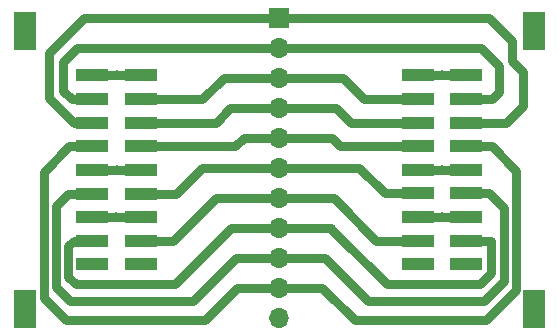
<source format=gbr>
%TF.GenerationSoftware,KiCad,Pcbnew,7.0.6-0*%
%TF.CreationDate,2023-11-06T09:59:00-05:00*%
%TF.ProjectId,AntSniffer,416e7453-6e69-4666-9665-722e6b696361,rev?*%
%TF.SameCoordinates,Original*%
%TF.FileFunction,Copper,L1,Top*%
%TF.FilePolarity,Positive*%
%FSLAX46Y46*%
G04 Gerber Fmt 4.6, Leading zero omitted, Abs format (unit mm)*
G04 Created by KiCad (PCBNEW 7.0.6-0) date 2023-11-06 09:59:00*
%MOMM*%
%LPD*%
G01*
G04 APERTURE LIST*
%TA.AperFunction,SMDPad,CuDef*%
%ADD10R,2.800000X1.100000*%
%TD*%
%TA.AperFunction,SMDPad,CuDef*%
%ADD11R,1.900000X3.200000*%
%TD*%
%TA.AperFunction,ComponentPad*%
%ADD12R,1.700000X1.700000*%
%TD*%
%TA.AperFunction,ComponentPad*%
%ADD13O,1.700000X1.700000*%
%TD*%
%TA.AperFunction,ViaPad*%
%ADD14C,0.800000*%
%TD*%
%TA.AperFunction,Conductor*%
%ADD15C,0.750000*%
%TD*%
G04 APERTURE END LIST*
D10*
%TO.P,CN2,1,1*%
%TO.N,unconnected-(CN2-Pad1)*%
X184349900Y-65759600D03*
%TO.P,CN2,2,2*%
%TO.N,unconnected-(CN2-Pad2)*%
X180239900Y-65759600D03*
%TO.P,CN2,3,3*%
%TO.N,/3V3*%
X184349900Y-63759600D03*
%TO.P,CN2,4,4*%
%TO.N,/RST*%
X180239900Y-63759600D03*
%TO.P,CN2,5,5*%
%TO.N,GND*%
X184349900Y-61759600D03*
%TO.P,CN2,6,6*%
X180239900Y-61759600D03*
%TO.P,CN2,7,7*%
%TO.N,/RX*%
X184349900Y-59759600D03*
%TO.P,CN2,8,8*%
%TO.N,/TX*%
X180239900Y-59759600D03*
%TO.P,CN2,9,9*%
%TO.N,GND*%
X184349900Y-57759600D03*
%TO.P,CN2,10,10*%
X180239900Y-57759600D03*
%TO.P,CN2,11,11*%
%TO.N,/A0*%
X184349900Y-55759600D03*
%TO.P,CN2,12,12*%
%TO.N,/A1*%
X180239900Y-55759600D03*
%TO.P,CN2,13,13*%
%TO.N,/A2*%
X184349900Y-53759600D03*
%TO.P,CN2,14,14*%
%TO.N,/PLUG*%
X180239900Y-53759600D03*
%TO.P,CN2,15,15*%
%TO.N,/SCL*%
X184349900Y-51759600D03*
%TO.P,CN2,16,16*%
%TO.N,/SDA*%
X180239900Y-51759600D03*
%TO.P,CN2,17,17*%
%TO.N,GND*%
X184349900Y-49759600D03*
%TO.P,CN2,18,18*%
X180239900Y-49759600D03*
D11*
%TO.P,CN2,19,19*%
X190099900Y-45979600D03*
%TO.P,CN2,20,20*%
X190099900Y-69539600D03*
%TD*%
D10*
%TO.P,CN1,1,1*%
%TO.N,GND*%
X152704800Y-49771800D03*
%TO.P,CN1,2,2*%
X156814800Y-49771800D03*
%TO.P,CN1,3,3*%
%TO.N,/SCL*%
X152704800Y-51771800D03*
%TO.P,CN1,4,4*%
%TO.N,/SDA*%
X156814800Y-51771800D03*
%TO.P,CN1,5,5*%
%TO.N,/A2*%
X152704800Y-53771800D03*
%TO.P,CN1,6,6*%
%TO.N,/PLUG*%
X156814800Y-53771800D03*
%TO.P,CN1,7,7*%
%TO.N,/A0*%
X152704800Y-55771800D03*
%TO.P,CN1,8,8*%
%TO.N,/A1*%
X156814800Y-55771800D03*
%TO.P,CN1,9,9*%
%TO.N,GND*%
X152704800Y-57771800D03*
%TO.P,CN1,10,10*%
X156814800Y-57771800D03*
%TO.P,CN1,11,11*%
%TO.N,/RX*%
X152704800Y-59771800D03*
%TO.P,CN1,12,12*%
%TO.N,/TX*%
X156814800Y-59771800D03*
%TO.P,CN1,13,13*%
%TO.N,GND*%
X152704800Y-61771800D03*
%TO.P,CN1,14,14*%
X156814800Y-61771800D03*
%TO.P,CN1,15,15*%
%TO.N,/3V3*%
X152704800Y-63771800D03*
%TO.P,CN1,16,16*%
%TO.N,/RST*%
X156814800Y-63771800D03*
%TO.P,CN1,17,17*%
%TO.N,unconnected-(CN1-Pad17)*%
X152704800Y-65771800D03*
%TO.P,CN1,18,18*%
%TO.N,unconnected-(CN1-Pad18)*%
X156814800Y-65771800D03*
D11*
%TO.P,CN1,19,19*%
%TO.N,GND*%
X146954800Y-69551800D03*
%TO.P,CN1,20,20*%
X146954800Y-45991800D03*
%TD*%
D12*
%TO.P,J1,1,Pin_1*%
%TO.N,/A2*%
X168540000Y-44900000D03*
D13*
%TO.P,J1,2,Pin_2*%
%TO.N,/SCL*%
X168540000Y-47440000D03*
%TO.P,J1,3,Pin_3*%
%TO.N,/SDA*%
X168540000Y-49980000D03*
%TO.P,J1,4,Pin_4*%
%TO.N,/PLUG*%
X168540000Y-52520000D03*
%TO.P,J1,5,Pin_5*%
%TO.N,/A1*%
X168540000Y-55060000D03*
%TO.P,J1,6,Pin_6*%
%TO.N,/TX*%
X168540000Y-57600000D03*
%TO.P,J1,7,Pin_7*%
%TO.N,/RST*%
X168540000Y-60140000D03*
%TO.P,J1,8,Pin_8*%
%TO.N,/3V3*%
X168540000Y-62680000D03*
%TO.P,J1,9,Pin_9*%
%TO.N,/RX*%
X168540000Y-65220000D03*
%TO.P,J1,10,Pin_10*%
%TO.N,/A0*%
X168540000Y-67760000D03*
%TO.P,J1,11,Pin_11*%
%TO.N,GND*%
X168540000Y-70300000D03*
%TD*%
D14*
%TO.N,GND*%
X146837400Y-69443600D03*
X182295800Y-61759600D03*
X154736800Y-61771800D03*
X190093600Y-45974000D03*
X154762200Y-57771800D03*
X147015200Y-46126400D03*
X182295800Y-57759600D03*
X182295800Y-49759600D03*
X190119000Y-69519800D03*
X154762200Y-49771800D03*
%TD*%
D15*
%TO.N,/RX*%
X152704800Y-59771800D02*
X150667200Y-59771800D01*
X149650000Y-67710000D02*
X150840000Y-68900000D01*
X150840000Y-68900000D02*
X161200000Y-68900000D01*
X150667200Y-59771800D02*
X149650000Y-60789000D01*
X149650000Y-60789000D02*
X149650000Y-67710000D01*
X161200000Y-68900000D02*
X164880000Y-65220000D01*
X164880000Y-65220000D02*
X168540000Y-65220000D01*
X184349900Y-59759600D02*
X186277000Y-59759600D01*
X186277000Y-59759600D02*
X187520000Y-61002600D01*
X187520000Y-61002600D02*
X187520000Y-67200000D01*
X185880000Y-68840000D02*
X176040000Y-68840000D01*
X187520000Y-67200000D02*
X185880000Y-68840000D01*
X176040000Y-68840000D02*
X172410000Y-65210000D01*
X172410000Y-65210000D02*
X172400000Y-65220000D01*
X172400000Y-65220000D02*
X168540000Y-65220000D01*
%TO.N,/A0*%
X185990000Y-70500000D02*
X174900000Y-70500000D01*
X186493400Y-55759600D02*
X188574900Y-57841100D01*
X184349900Y-55759600D02*
X186493400Y-55759600D01*
X188574900Y-57841100D02*
X188574900Y-67915100D01*
X188574900Y-67915100D02*
X185990000Y-70500000D01*
X174900000Y-70500000D02*
X172160000Y-67760000D01*
X172160000Y-67760000D02*
X168540000Y-67760000D01*
%TO.N,/3V3*%
X184349900Y-63759600D02*
X186439600Y-63759600D01*
X186460000Y-63780000D02*
X186460000Y-66480000D01*
X172930000Y-62730000D02*
X172930000Y-62680000D01*
X186439600Y-63759600D02*
X186460000Y-63780000D01*
X186460000Y-66480000D02*
X185500000Y-67440000D01*
X185500000Y-67440000D02*
X177640000Y-67440000D01*
X177640000Y-67440000D02*
X172930000Y-62730000D01*
X172930000Y-62680000D02*
X168540000Y-62680000D01*
%TO.N,/A0*%
X152704800Y-55771800D02*
X150755600Y-55771800D01*
X150480000Y-70470000D02*
X162260000Y-70470000D01*
X150755600Y-55771800D02*
X148600000Y-57927400D01*
X148600000Y-57927400D02*
X148600000Y-68590000D01*
X164970000Y-67760000D02*
X168540000Y-67760000D01*
X148600000Y-68590000D02*
X150480000Y-70470000D01*
X162260000Y-70470000D02*
X164970000Y-67760000D01*
%TO.N,/A2*%
X184349900Y-53759600D02*
X187743600Y-53759600D01*
X189130000Y-52373200D02*
X189130000Y-49480800D01*
X189130000Y-49480800D02*
X188188600Y-48539400D01*
X188188600Y-48539400D02*
X188188600Y-46812200D01*
X187743600Y-53759600D02*
X189130000Y-52373200D01*
X188188600Y-46812200D02*
X186276400Y-44900000D01*
X186276400Y-44900000D02*
X168540000Y-44900000D01*
%TO.N,/3V3*%
X150670000Y-66837000D02*
X151273000Y-67440000D01*
X151138200Y-63771800D02*
X150670000Y-64240000D01*
X150670000Y-64240000D02*
X150670000Y-66837000D01*
X152704800Y-63771800D02*
X151138200Y-63771800D01*
X151273000Y-67440000D02*
X159670000Y-67440000D01*
X159670000Y-67440000D02*
X164430000Y-62680000D01*
X164430000Y-62680000D02*
X168540000Y-62680000D01*
%TO.N,/RST*%
X168540000Y-60140000D02*
X173120000Y-60140000D01*
X173120000Y-60140000D02*
X176739600Y-63759600D01*
X176739600Y-63759600D02*
X180239900Y-63759600D01*
X168540000Y-60140000D02*
X163840000Y-60140000D01*
X163130000Y-60130000D02*
X159488200Y-63771800D01*
X163840000Y-60140000D02*
X163830000Y-60130000D01*
X163830000Y-60130000D02*
X163130000Y-60130000D01*
X159488200Y-63771800D02*
X156814800Y-63771800D01*
%TO.N,/TX*%
X168540000Y-57600000D02*
X175300000Y-57600000D01*
X177459600Y-59759600D02*
X180239900Y-59759600D01*
X175300000Y-57600000D02*
X177459600Y-59759600D01*
X156814800Y-59771800D02*
X159788200Y-59771800D01*
X159788200Y-59771800D02*
X161960000Y-57600000D01*
X161960000Y-57600000D02*
X168540000Y-57600000D01*
%TO.N,/A1*%
X168540000Y-55060000D02*
X172990000Y-55060000D01*
X172990000Y-55060000D02*
X173689600Y-55759600D01*
X173689600Y-55759600D02*
X180239900Y-55759600D01*
X156814800Y-55771800D02*
X164788200Y-55771800D01*
X164788200Y-55771800D02*
X165500000Y-55060000D01*
X165500000Y-55060000D02*
X168540000Y-55060000D01*
%TO.N,/PLUG*%
X168540000Y-52520000D02*
X173360000Y-52520000D01*
X173360000Y-52520000D02*
X174599600Y-53759600D01*
X174599600Y-53759600D02*
X180239900Y-53759600D01*
X163128200Y-53771800D02*
X164380000Y-52520000D01*
X164380000Y-52520000D02*
X168540000Y-52520000D01*
X156814800Y-53771800D02*
X163128200Y-53771800D01*
%TO.N,/SDA*%
X173890000Y-49980000D02*
X175680000Y-51770000D01*
X175680000Y-51770000D02*
X175690400Y-51759600D01*
X168540000Y-49980000D02*
X173890000Y-49980000D01*
X175690400Y-51759600D02*
X180239900Y-51759600D01*
X156814800Y-51771800D02*
X162018200Y-51771800D01*
X162018200Y-51771800D02*
X163810000Y-49980000D01*
X163810000Y-49980000D02*
X168540000Y-49980000D01*
%TO.N,/SCL*%
X152704800Y-51771800D02*
X150933400Y-51771800D01*
X150215600Y-51054000D02*
X150215600Y-48615600D01*
X150933400Y-51771800D02*
X150215600Y-51054000D01*
X150215600Y-48615600D02*
X151391200Y-47440000D01*
X151391200Y-47440000D02*
X168540000Y-47440000D01*
X184349900Y-51759600D02*
X186517800Y-51759600D01*
X186517800Y-51759600D02*
X187121800Y-51155600D01*
X185590600Y-47440000D02*
X168540000Y-47440000D01*
X187121800Y-51155600D02*
X187121800Y-48971200D01*
X187121800Y-48971200D02*
X185590600Y-47440000D01*
%TO.N,/A2*%
X152704800Y-53771800D02*
X151104600Y-53771800D01*
X151104600Y-53771800D02*
X149021800Y-51689000D01*
X149021800Y-51689000D02*
X149021800Y-47904400D01*
X149021800Y-47904400D02*
X152026200Y-44900000D01*
X152026200Y-44900000D02*
X168540000Y-44900000D01*
%TO.N,/3V3*%
X151798000Y-63771800D02*
X151765000Y-63804800D01*
X152704800Y-63771800D02*
X151798000Y-63771800D01*
%TO.N,GND*%
X152704800Y-49771800D02*
X154762200Y-49771800D01*
X152704800Y-57771800D02*
X154762200Y-57771800D01*
X190099900Y-69539600D02*
X190099900Y-69538900D01*
X152704800Y-61771800D02*
X154736800Y-61771800D01*
X154762200Y-49771800D02*
X156814800Y-49771800D01*
X180239900Y-49759600D02*
X182295800Y-49759600D01*
X146954800Y-69551800D02*
X146945600Y-69551800D01*
X190099900Y-69538900D02*
X190119000Y-69519800D01*
X190099900Y-45979600D02*
X190099200Y-45979600D01*
X154762200Y-57771800D02*
X156814800Y-57771800D01*
X146954800Y-45991800D02*
X146954800Y-46066000D01*
X184349900Y-49759600D02*
X182295800Y-49759600D01*
X180239900Y-61759600D02*
X182295800Y-61759600D01*
X190099200Y-45979600D02*
X190093600Y-45974000D01*
X184349900Y-61759600D02*
X182295800Y-61759600D01*
X180239900Y-57759600D02*
X182295800Y-57759600D01*
X146945600Y-69551800D02*
X146837400Y-69443600D01*
X184349900Y-57759600D02*
X182295800Y-57759600D01*
X146954800Y-46066000D02*
X147015200Y-46126400D01*
X154736800Y-61771800D02*
X156814800Y-61771800D01*
%TD*%
M02*

</source>
